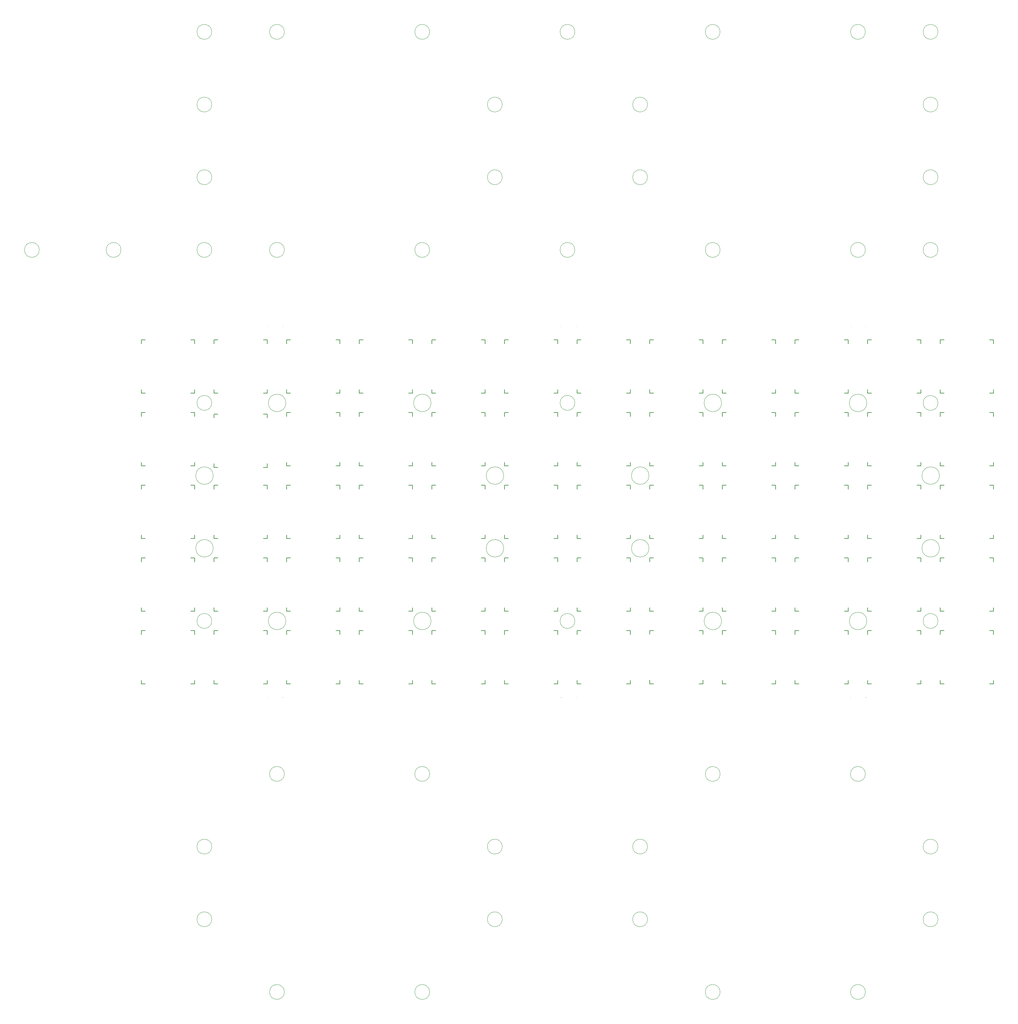
<source format=gbr>
%TF.GenerationSoftware,KiCad,Pcbnew,5.1.10*%
%TF.CreationDate,2021-06-16T10:43:04-05:00*%
%TF.ProjectId,olkbd_ble,6f6c6b62-645f-4626-9c65-2e6b69636164,rev?*%
%TF.SameCoordinates,Original*%
%TF.FileFunction,OtherDrawing,Comment*%
%FSLAX46Y46*%
G04 Gerber Fmt 4.6, Leading zero omitted, Abs format (unit mm)*
G04 Created by KiCad (PCBNEW 5.1.10) date 2021-06-16 10:43:04*
%MOMM*%
%LPD*%
G01*
G04 APERTURE LIST*
%ADD10C,0.150000*%
%ADD11C,0.050000*%
%ADD12C,0.100000*%
G04 APERTURE END LIST*
D10*
%TO.C,L60*%
X321612000Y-234126000D02*
X321612000Y-233126000D01*
X335612000Y-233126000D02*
X334612000Y-233126000D01*
X321612000Y-246126000D02*
X321612000Y-247126000D01*
X334612000Y-247126000D02*
X335612000Y-247126000D01*
X335612000Y-233126000D02*
X335612000Y-234126000D01*
X321612000Y-247126000D02*
X322612000Y-247126000D01*
X321612000Y-233126000D02*
X322612000Y-233126000D01*
X335612000Y-247126000D02*
X335612000Y-246126000D01*
%TO.C,L59*%
X321612000Y-215076000D02*
X321612000Y-214076000D01*
X335612000Y-214076000D02*
X334612000Y-214076000D01*
X321612000Y-227076000D02*
X321612000Y-228076000D01*
X334612000Y-228076000D02*
X335612000Y-228076000D01*
X335612000Y-214076000D02*
X335612000Y-215076000D01*
X321612000Y-228076000D02*
X322612000Y-228076000D01*
X321612000Y-214076000D02*
X322612000Y-214076000D01*
X335612000Y-228076000D02*
X335612000Y-227076000D01*
%TO.C,L58*%
X321612000Y-196026000D02*
X321612000Y-195026000D01*
X335612000Y-195026000D02*
X334612000Y-195026000D01*
X321612000Y-208026000D02*
X321612000Y-209026000D01*
X334612000Y-209026000D02*
X335612000Y-209026000D01*
X335612000Y-195026000D02*
X335612000Y-196026000D01*
X321612000Y-209026000D02*
X322612000Y-209026000D01*
X321612000Y-195026000D02*
X322612000Y-195026000D01*
X335612000Y-209026000D02*
X335612000Y-208026000D01*
%TO.C,L57*%
X321612000Y-176976000D02*
X321612000Y-175976000D01*
X335612000Y-175976000D02*
X334612000Y-175976000D01*
X321612000Y-188976000D02*
X321612000Y-189976000D01*
X334612000Y-189976000D02*
X335612000Y-189976000D01*
X335612000Y-175976000D02*
X335612000Y-176976000D01*
X321612000Y-189976000D02*
X322612000Y-189976000D01*
X321612000Y-175976000D02*
X322612000Y-175976000D01*
X335612000Y-189976000D02*
X335612000Y-188976000D01*
%TO.C,L56*%
X321612000Y-157926000D02*
X321612000Y-156926000D01*
X335612000Y-156926000D02*
X334612000Y-156926000D01*
X321612000Y-169926000D02*
X321612000Y-170926000D01*
X334612000Y-170926000D02*
X335612000Y-170926000D01*
X335612000Y-156926000D02*
X335612000Y-157926000D01*
X321612000Y-170926000D02*
X322612000Y-170926000D01*
X321612000Y-156926000D02*
X322612000Y-156926000D01*
X335612000Y-170926000D02*
X335612000Y-169926000D01*
%TO.C,L55*%
X302562000Y-234126000D02*
X302562000Y-233126000D01*
X316562000Y-233126000D02*
X315562000Y-233126000D01*
X302562000Y-246126000D02*
X302562000Y-247126000D01*
X315562000Y-247126000D02*
X316562000Y-247126000D01*
X316562000Y-233126000D02*
X316562000Y-234126000D01*
X302562000Y-247126000D02*
X303562000Y-247126000D01*
X302562000Y-233126000D02*
X303562000Y-233126000D01*
X316562000Y-247126000D02*
X316562000Y-246126000D01*
%TO.C,L54*%
X302562000Y-215076000D02*
X302562000Y-214076000D01*
X316562000Y-214076000D02*
X315562000Y-214076000D01*
X302562000Y-227076000D02*
X302562000Y-228076000D01*
X315562000Y-228076000D02*
X316562000Y-228076000D01*
X316562000Y-214076000D02*
X316562000Y-215076000D01*
X302562000Y-228076000D02*
X303562000Y-228076000D01*
X302562000Y-214076000D02*
X303562000Y-214076000D01*
X316562000Y-228076000D02*
X316562000Y-227076000D01*
%TO.C,L53*%
X302562000Y-196026000D02*
X302562000Y-195026000D01*
X316562000Y-195026000D02*
X315562000Y-195026000D01*
X302562000Y-208026000D02*
X302562000Y-209026000D01*
X315562000Y-209026000D02*
X316562000Y-209026000D01*
X316562000Y-195026000D02*
X316562000Y-196026000D01*
X302562000Y-209026000D02*
X303562000Y-209026000D01*
X302562000Y-195026000D02*
X303562000Y-195026000D01*
X316562000Y-209026000D02*
X316562000Y-208026000D01*
%TO.C,L52*%
X302562000Y-176976000D02*
X302562000Y-175976000D01*
X316562000Y-175976000D02*
X315562000Y-175976000D01*
X302562000Y-188976000D02*
X302562000Y-189976000D01*
X315562000Y-189976000D02*
X316562000Y-189976000D01*
X316562000Y-175976000D02*
X316562000Y-176976000D01*
X302562000Y-189976000D02*
X303562000Y-189976000D01*
X302562000Y-175976000D02*
X303562000Y-175976000D01*
X316562000Y-189976000D02*
X316562000Y-188976000D01*
%TO.C,L51*%
X302562000Y-157926000D02*
X302562000Y-156926000D01*
X316562000Y-156926000D02*
X315562000Y-156926000D01*
X302562000Y-169926000D02*
X302562000Y-170926000D01*
X315562000Y-170926000D02*
X316562000Y-170926000D01*
X316562000Y-156926000D02*
X316562000Y-157926000D01*
X302562000Y-170926000D02*
X303562000Y-170926000D01*
X302562000Y-156926000D02*
X303562000Y-156926000D01*
X316562000Y-170926000D02*
X316562000Y-169926000D01*
%TO.C,L50*%
X283512000Y-234126000D02*
X283512000Y-233126000D01*
X297512000Y-233126000D02*
X296512000Y-233126000D01*
X283512000Y-246126000D02*
X283512000Y-247126000D01*
X296512000Y-247126000D02*
X297512000Y-247126000D01*
X297512000Y-233126000D02*
X297512000Y-234126000D01*
X283512000Y-247126000D02*
X284512000Y-247126000D01*
X283512000Y-233126000D02*
X284512000Y-233126000D01*
X297512000Y-247126000D02*
X297512000Y-246126000D01*
%TO.C,L49*%
X283512000Y-215076000D02*
X283512000Y-214076000D01*
X297512000Y-214076000D02*
X296512000Y-214076000D01*
X283512000Y-227076000D02*
X283512000Y-228076000D01*
X296512000Y-228076000D02*
X297512000Y-228076000D01*
X297512000Y-214076000D02*
X297512000Y-215076000D01*
X283512000Y-228076000D02*
X284512000Y-228076000D01*
X283512000Y-214076000D02*
X284512000Y-214076000D01*
X297512000Y-228076000D02*
X297512000Y-227076000D01*
%TO.C,L48*%
X283512000Y-196026000D02*
X283512000Y-195026000D01*
X297512000Y-195026000D02*
X296512000Y-195026000D01*
X283512000Y-208026000D02*
X283512000Y-209026000D01*
X296512000Y-209026000D02*
X297512000Y-209026000D01*
X297512000Y-195026000D02*
X297512000Y-196026000D01*
X283512000Y-209026000D02*
X284512000Y-209026000D01*
X283512000Y-195026000D02*
X284512000Y-195026000D01*
X297512000Y-209026000D02*
X297512000Y-208026000D01*
%TO.C,L47*%
X283512000Y-176976000D02*
X283512000Y-175976000D01*
X297512000Y-175976000D02*
X296512000Y-175976000D01*
X283512000Y-188976000D02*
X283512000Y-189976000D01*
X296512000Y-189976000D02*
X297512000Y-189976000D01*
X297512000Y-175976000D02*
X297512000Y-176976000D01*
X283512000Y-189976000D02*
X284512000Y-189976000D01*
X283512000Y-175976000D02*
X284512000Y-175976000D01*
X297512000Y-189976000D02*
X297512000Y-188976000D01*
%TO.C,L46*%
X283512000Y-157926000D02*
X283512000Y-156926000D01*
X297512000Y-156926000D02*
X296512000Y-156926000D01*
X283512000Y-169926000D02*
X283512000Y-170926000D01*
X296512000Y-170926000D02*
X297512000Y-170926000D01*
X297512000Y-156926000D02*
X297512000Y-157926000D01*
X283512000Y-170926000D02*
X284512000Y-170926000D01*
X283512000Y-156926000D02*
X284512000Y-156926000D01*
X297512000Y-170926000D02*
X297512000Y-169926000D01*
%TO.C,L45*%
X264462000Y-234126000D02*
X264462000Y-233126000D01*
X278462000Y-233126000D02*
X277462000Y-233126000D01*
X264462000Y-246126000D02*
X264462000Y-247126000D01*
X277462000Y-247126000D02*
X278462000Y-247126000D01*
X278462000Y-233126000D02*
X278462000Y-234126000D01*
X264462000Y-247126000D02*
X265462000Y-247126000D01*
X264462000Y-233126000D02*
X265462000Y-233126000D01*
X278462000Y-247126000D02*
X278462000Y-246126000D01*
%TO.C,L44*%
X264462000Y-215076000D02*
X264462000Y-214076000D01*
X278462000Y-214076000D02*
X277462000Y-214076000D01*
X264462000Y-227076000D02*
X264462000Y-228076000D01*
X277462000Y-228076000D02*
X278462000Y-228076000D01*
X278462000Y-214076000D02*
X278462000Y-215076000D01*
X264462000Y-228076000D02*
X265462000Y-228076000D01*
X264462000Y-214076000D02*
X265462000Y-214076000D01*
X278462000Y-228076000D02*
X278462000Y-227076000D01*
%TO.C,L43*%
X264462000Y-196026000D02*
X264462000Y-195026000D01*
X278462000Y-195026000D02*
X277462000Y-195026000D01*
X264462000Y-208026000D02*
X264462000Y-209026000D01*
X277462000Y-209026000D02*
X278462000Y-209026000D01*
X278462000Y-195026000D02*
X278462000Y-196026000D01*
X264462000Y-209026000D02*
X265462000Y-209026000D01*
X264462000Y-195026000D02*
X265462000Y-195026000D01*
X278462000Y-209026000D02*
X278462000Y-208026000D01*
%TO.C,L42*%
X264462000Y-176976000D02*
X264462000Y-175976000D01*
X278462000Y-175976000D02*
X277462000Y-175976000D01*
X264462000Y-188976000D02*
X264462000Y-189976000D01*
X277462000Y-189976000D02*
X278462000Y-189976000D01*
X278462000Y-175976000D02*
X278462000Y-176976000D01*
X264462000Y-189976000D02*
X265462000Y-189976000D01*
X264462000Y-175976000D02*
X265462000Y-175976000D01*
X278462000Y-189976000D02*
X278462000Y-188976000D01*
%TO.C,L41*%
X264462000Y-157926000D02*
X264462000Y-156926000D01*
X278462000Y-156926000D02*
X277462000Y-156926000D01*
X264462000Y-169926000D02*
X264462000Y-170926000D01*
X277462000Y-170926000D02*
X278462000Y-170926000D01*
X278462000Y-156926000D02*
X278462000Y-157926000D01*
X264462000Y-170926000D02*
X265462000Y-170926000D01*
X264462000Y-156926000D02*
X265462000Y-156926000D01*
X278462000Y-170926000D02*
X278462000Y-169926000D01*
%TO.C,L40*%
X245412000Y-234088000D02*
X245412000Y-233088000D01*
X259412000Y-233088000D02*
X258412000Y-233088000D01*
X245412000Y-246088000D02*
X245412000Y-247088000D01*
X258412000Y-247088000D02*
X259412000Y-247088000D01*
X259412000Y-233088000D02*
X259412000Y-234088000D01*
X245412000Y-247088000D02*
X246412000Y-247088000D01*
X245412000Y-233088000D02*
X246412000Y-233088000D01*
X259412000Y-247088000D02*
X259412000Y-246088000D01*
%TO.C,L39*%
X245412000Y-215076000D02*
X245412000Y-214076000D01*
X259412000Y-214076000D02*
X258412000Y-214076000D01*
X245412000Y-227076000D02*
X245412000Y-228076000D01*
X258412000Y-228076000D02*
X259412000Y-228076000D01*
X259412000Y-214076000D02*
X259412000Y-215076000D01*
X245412000Y-228076000D02*
X246412000Y-228076000D01*
X245412000Y-214076000D02*
X246412000Y-214076000D01*
X259412000Y-228076000D02*
X259412000Y-227076000D01*
%TO.C,L38*%
X245412000Y-196026000D02*
X245412000Y-195026000D01*
X259412000Y-195026000D02*
X258412000Y-195026000D01*
X245412000Y-208026000D02*
X245412000Y-209026000D01*
X258412000Y-209026000D02*
X259412000Y-209026000D01*
X259412000Y-195026000D02*
X259412000Y-196026000D01*
X245412000Y-209026000D02*
X246412000Y-209026000D01*
X245412000Y-195026000D02*
X246412000Y-195026000D01*
X259412000Y-209026000D02*
X259412000Y-208026000D01*
%TO.C,L37*%
X245412000Y-176976000D02*
X245412000Y-175976000D01*
X259412000Y-175976000D02*
X258412000Y-175976000D01*
X245412000Y-188976000D02*
X245412000Y-189976000D01*
X258412000Y-189976000D02*
X259412000Y-189976000D01*
X259412000Y-175976000D02*
X259412000Y-176976000D01*
X245412000Y-189976000D02*
X246412000Y-189976000D01*
X245412000Y-175976000D02*
X246412000Y-175976000D01*
X259412000Y-189976000D02*
X259412000Y-188976000D01*
%TO.C,L36*%
X245412000Y-157926000D02*
X245412000Y-156926000D01*
X259412000Y-156926000D02*
X258412000Y-156926000D01*
X245412000Y-169926000D02*
X245412000Y-170926000D01*
X258412000Y-170926000D02*
X259412000Y-170926000D01*
X259412000Y-156926000D02*
X259412000Y-157926000D01*
X245412000Y-170926000D02*
X246412000Y-170926000D01*
X245412000Y-156926000D02*
X246412000Y-156926000D01*
X259412000Y-170926000D02*
X259412000Y-169926000D01*
%TO.C,L35*%
X226362000Y-234126000D02*
X226362000Y-233126000D01*
X240362000Y-233126000D02*
X239362000Y-233126000D01*
X226362000Y-246126000D02*
X226362000Y-247126000D01*
X239362000Y-247126000D02*
X240362000Y-247126000D01*
X240362000Y-233126000D02*
X240362000Y-234126000D01*
X226362000Y-247126000D02*
X227362000Y-247126000D01*
X226362000Y-233126000D02*
X227362000Y-233126000D01*
X240362000Y-247126000D02*
X240362000Y-246126000D01*
%TO.C,L34*%
X226362000Y-215076000D02*
X226362000Y-214076000D01*
X240362000Y-214076000D02*
X239362000Y-214076000D01*
X226362000Y-227076000D02*
X226362000Y-228076000D01*
X239362000Y-228076000D02*
X240362000Y-228076000D01*
X240362000Y-214076000D02*
X240362000Y-215076000D01*
X226362000Y-228076000D02*
X227362000Y-228076000D01*
X226362000Y-214076000D02*
X227362000Y-214076000D01*
X240362000Y-228076000D02*
X240362000Y-227076000D01*
%TO.C,L33*%
X226362000Y-196026000D02*
X226362000Y-195026000D01*
X240362000Y-195026000D02*
X239362000Y-195026000D01*
X226362000Y-208026000D02*
X226362000Y-209026000D01*
X239362000Y-209026000D02*
X240362000Y-209026000D01*
X240362000Y-195026000D02*
X240362000Y-196026000D01*
X226362000Y-209026000D02*
X227362000Y-209026000D01*
X226362000Y-195026000D02*
X227362000Y-195026000D01*
X240362000Y-209026000D02*
X240362000Y-208026000D01*
%TO.C,L32*%
X226362000Y-176976000D02*
X226362000Y-175976000D01*
X240362000Y-175976000D02*
X239362000Y-175976000D01*
X226362000Y-188976000D02*
X226362000Y-189976000D01*
X239362000Y-189976000D02*
X240362000Y-189976000D01*
X240362000Y-175976000D02*
X240362000Y-176976000D01*
X226362000Y-189976000D02*
X227362000Y-189976000D01*
X226362000Y-175976000D02*
X227362000Y-175976000D01*
X240362000Y-189976000D02*
X240362000Y-188976000D01*
%TO.C,L31*%
X226362000Y-157926000D02*
X226362000Y-156926000D01*
X240362000Y-156926000D02*
X239362000Y-156926000D01*
X226362000Y-169926000D02*
X226362000Y-170926000D01*
X239362000Y-170926000D02*
X240362000Y-170926000D01*
X240362000Y-156926000D02*
X240362000Y-157926000D01*
X226362000Y-170926000D02*
X227362000Y-170926000D01*
X226362000Y-156926000D02*
X227362000Y-156926000D01*
X240362000Y-170926000D02*
X240362000Y-169926000D01*
%TO.C,L30*%
X207312000Y-234126000D02*
X207312000Y-233126000D01*
X221312000Y-233126000D02*
X220312000Y-233126000D01*
X207312000Y-246126000D02*
X207312000Y-247126000D01*
X220312000Y-247126000D02*
X221312000Y-247126000D01*
X221312000Y-233126000D02*
X221312000Y-234126000D01*
X207312000Y-247126000D02*
X208312000Y-247126000D01*
X207312000Y-233126000D02*
X208312000Y-233126000D01*
X221312000Y-247126000D02*
X221312000Y-246126000D01*
%TO.C,L29*%
X207312000Y-215076000D02*
X207312000Y-214076000D01*
X221312000Y-214076000D02*
X220312000Y-214076000D01*
X207312000Y-227076000D02*
X207312000Y-228076000D01*
X220312000Y-228076000D02*
X221312000Y-228076000D01*
X221312000Y-214076000D02*
X221312000Y-215076000D01*
X207312000Y-228076000D02*
X208312000Y-228076000D01*
X207312000Y-214076000D02*
X208312000Y-214076000D01*
X221312000Y-228076000D02*
X221312000Y-227076000D01*
%TO.C,L28*%
X207312000Y-196026000D02*
X207312000Y-195026000D01*
X221312000Y-195026000D02*
X220312000Y-195026000D01*
X207312000Y-208026000D02*
X207312000Y-209026000D01*
X220312000Y-209026000D02*
X221312000Y-209026000D01*
X221312000Y-195026000D02*
X221312000Y-196026000D01*
X207312000Y-209026000D02*
X208312000Y-209026000D01*
X207312000Y-195026000D02*
X208312000Y-195026000D01*
X221312000Y-209026000D02*
X221312000Y-208026000D01*
%TO.C,L27*%
X207312000Y-176976000D02*
X207312000Y-175976000D01*
X221312000Y-175976000D02*
X220312000Y-175976000D01*
X207312000Y-188976000D02*
X207312000Y-189976000D01*
X220312000Y-189976000D02*
X221312000Y-189976000D01*
X221312000Y-175976000D02*
X221312000Y-176976000D01*
X207312000Y-189976000D02*
X208312000Y-189976000D01*
X207312000Y-175976000D02*
X208312000Y-175976000D01*
X221312000Y-189976000D02*
X221312000Y-188976000D01*
%TO.C,L26*%
X207312000Y-157926000D02*
X207312000Y-156926000D01*
X221312000Y-156926000D02*
X220312000Y-156926000D01*
X207312000Y-169926000D02*
X207312000Y-170926000D01*
X220312000Y-170926000D02*
X221312000Y-170926000D01*
X221312000Y-156926000D02*
X221312000Y-157926000D01*
X207312000Y-170926000D02*
X208312000Y-170926000D01*
X207312000Y-156926000D02*
X208312000Y-156926000D01*
X221312000Y-170926000D02*
X221312000Y-169926000D01*
%TO.C,L25*%
X188262000Y-234126000D02*
X188262000Y-233126000D01*
X202262000Y-233126000D02*
X201262000Y-233126000D01*
X188262000Y-246126000D02*
X188262000Y-247126000D01*
X201262000Y-247126000D02*
X202262000Y-247126000D01*
X202262000Y-233126000D02*
X202262000Y-234126000D01*
X188262000Y-247126000D02*
X189262000Y-247126000D01*
X188262000Y-233126000D02*
X189262000Y-233126000D01*
X202262000Y-247126000D02*
X202262000Y-246126000D01*
%TO.C,L24*%
X188262000Y-215076000D02*
X188262000Y-214076000D01*
X202262000Y-214076000D02*
X201262000Y-214076000D01*
X188262000Y-227076000D02*
X188262000Y-228076000D01*
X201262000Y-228076000D02*
X202262000Y-228076000D01*
X202262000Y-214076000D02*
X202262000Y-215076000D01*
X188262000Y-228076000D02*
X189262000Y-228076000D01*
X188262000Y-214076000D02*
X189262000Y-214076000D01*
X202262000Y-228076000D02*
X202262000Y-227076000D01*
%TO.C,L23*%
X188262000Y-196026000D02*
X188262000Y-195026000D01*
X202262000Y-195026000D02*
X201262000Y-195026000D01*
X188262000Y-208026000D02*
X188262000Y-209026000D01*
X201262000Y-209026000D02*
X202262000Y-209026000D01*
X202262000Y-195026000D02*
X202262000Y-196026000D01*
X188262000Y-209026000D02*
X189262000Y-209026000D01*
X188262000Y-195026000D02*
X189262000Y-195026000D01*
X202262000Y-209026000D02*
X202262000Y-208026000D01*
%TO.C,L22*%
X188262000Y-176976000D02*
X188262000Y-175976000D01*
X202262000Y-175976000D02*
X201262000Y-175976000D01*
X188262000Y-188976000D02*
X188262000Y-189976000D01*
X201262000Y-189976000D02*
X202262000Y-189976000D01*
X202262000Y-175976000D02*
X202262000Y-176976000D01*
X188262000Y-189976000D02*
X189262000Y-189976000D01*
X188262000Y-175976000D02*
X189262000Y-175976000D01*
X202262000Y-189976000D02*
X202262000Y-188976000D01*
%TO.C,L21*%
X188262000Y-157926000D02*
X188262000Y-156926000D01*
X202262000Y-156926000D02*
X201262000Y-156926000D01*
X188262000Y-169926000D02*
X188262000Y-170926000D01*
X201262000Y-170926000D02*
X202262000Y-170926000D01*
X202262000Y-156926000D02*
X202262000Y-157926000D01*
X188262000Y-170926000D02*
X189262000Y-170926000D01*
X188262000Y-156926000D02*
X189262000Y-156926000D01*
X202262000Y-170926000D02*
X202262000Y-169926000D01*
%TO.C,L20*%
X169212000Y-234126000D02*
X169212000Y-233126000D01*
X183212000Y-233126000D02*
X182212000Y-233126000D01*
X169212000Y-246126000D02*
X169212000Y-247126000D01*
X182212000Y-247126000D02*
X183212000Y-247126000D01*
X183212000Y-233126000D02*
X183212000Y-234126000D01*
X169212000Y-247126000D02*
X170212000Y-247126000D01*
X169212000Y-233126000D02*
X170212000Y-233126000D01*
X183212000Y-247126000D02*
X183212000Y-246126000D01*
%TO.C,L19*%
X169212000Y-215076000D02*
X169212000Y-214076000D01*
X183212000Y-214076000D02*
X182212000Y-214076000D01*
X169212000Y-227076000D02*
X169212000Y-228076000D01*
X182212000Y-228076000D02*
X183212000Y-228076000D01*
X183212000Y-214076000D02*
X183212000Y-215076000D01*
X169212000Y-228076000D02*
X170212000Y-228076000D01*
X169212000Y-214076000D02*
X170212000Y-214076000D01*
X183212000Y-228076000D02*
X183212000Y-227076000D01*
%TO.C,L18*%
X169212000Y-196026000D02*
X169212000Y-195026000D01*
X183212000Y-195026000D02*
X182212000Y-195026000D01*
X169212000Y-208026000D02*
X169212000Y-209026000D01*
X182212000Y-209026000D02*
X183212000Y-209026000D01*
X183212000Y-195026000D02*
X183212000Y-196026000D01*
X169212000Y-209026000D02*
X170212000Y-209026000D01*
X169212000Y-195026000D02*
X170212000Y-195026000D01*
X183212000Y-209026000D02*
X183212000Y-208026000D01*
%TO.C,L17*%
X169212000Y-176976000D02*
X169212000Y-175976000D01*
X183212000Y-175976000D02*
X182212000Y-175976000D01*
X169212000Y-188976000D02*
X169212000Y-189976000D01*
X182212000Y-189976000D02*
X183212000Y-189976000D01*
X183212000Y-175976000D02*
X183212000Y-176976000D01*
X169212000Y-189976000D02*
X170212000Y-189976000D01*
X169212000Y-175976000D02*
X170212000Y-175976000D01*
X183212000Y-189976000D02*
X183212000Y-188976000D01*
%TO.C,L16*%
X169212000Y-157926000D02*
X169212000Y-156926000D01*
X183212000Y-156926000D02*
X182212000Y-156926000D01*
X169212000Y-169926000D02*
X169212000Y-170926000D01*
X182212000Y-170926000D02*
X183212000Y-170926000D01*
X183212000Y-156926000D02*
X183212000Y-157926000D01*
X169212000Y-170926000D02*
X170212000Y-170926000D01*
X169212000Y-156926000D02*
X170212000Y-156926000D01*
X183212000Y-170926000D02*
X183212000Y-169926000D01*
%TO.C,L15*%
X150162000Y-234126000D02*
X150162000Y-233126000D01*
X164162000Y-233126000D02*
X163162000Y-233126000D01*
X150162000Y-246126000D02*
X150162000Y-247126000D01*
X163162000Y-247126000D02*
X164162000Y-247126000D01*
X164162000Y-233126000D02*
X164162000Y-234126000D01*
X150162000Y-247126000D02*
X151162000Y-247126000D01*
X150162000Y-233126000D02*
X151162000Y-233126000D01*
X164162000Y-247126000D02*
X164162000Y-246126000D01*
%TO.C,L14*%
X150162000Y-215076000D02*
X150162000Y-214076000D01*
X164162000Y-214076000D02*
X163162000Y-214076000D01*
X150162000Y-227076000D02*
X150162000Y-228076000D01*
X163162000Y-228076000D02*
X164162000Y-228076000D01*
X164162000Y-214076000D02*
X164162000Y-215076000D01*
X150162000Y-228076000D02*
X151162000Y-228076000D01*
X150162000Y-214076000D02*
X151162000Y-214076000D01*
X164162000Y-228076000D02*
X164162000Y-227076000D01*
%TO.C,L13*%
X150162000Y-196026000D02*
X150162000Y-195026000D01*
X164162000Y-195026000D02*
X163162000Y-195026000D01*
X150162000Y-208026000D02*
X150162000Y-209026000D01*
X163162000Y-209026000D02*
X164162000Y-209026000D01*
X164162000Y-195026000D02*
X164162000Y-196026000D01*
X150162000Y-209026000D02*
X151162000Y-209026000D01*
X150162000Y-195026000D02*
X151162000Y-195026000D01*
X164162000Y-209026000D02*
X164162000Y-208026000D01*
%TO.C,L12*%
X150162000Y-176976000D02*
X150162000Y-175976000D01*
X164162000Y-175976000D02*
X163162000Y-175976000D01*
X150162000Y-188976000D02*
X150162000Y-189976000D01*
X163162000Y-189976000D02*
X164162000Y-189976000D01*
X164162000Y-175976000D02*
X164162000Y-176976000D01*
X150162000Y-189976000D02*
X151162000Y-189976000D01*
X150162000Y-175976000D02*
X151162000Y-175976000D01*
X164162000Y-189976000D02*
X164162000Y-188976000D01*
%TO.C,L11*%
X150162000Y-157926000D02*
X150162000Y-156926000D01*
X164162000Y-156926000D02*
X163162000Y-156926000D01*
X150162000Y-169926000D02*
X150162000Y-170926000D01*
X163162000Y-170926000D02*
X164162000Y-170926000D01*
X164162000Y-156926000D02*
X164162000Y-157926000D01*
X150162000Y-170926000D02*
X151162000Y-170926000D01*
X150162000Y-156926000D02*
X151162000Y-156926000D01*
X164162000Y-170926000D02*
X164162000Y-169926000D01*
%TO.C,L10*%
X131112000Y-234126000D02*
X131112000Y-233126000D01*
X145112000Y-233126000D02*
X144112000Y-233126000D01*
X131112000Y-246126000D02*
X131112000Y-247126000D01*
X144112000Y-247126000D02*
X145112000Y-247126000D01*
X145112000Y-233126000D02*
X145112000Y-234126000D01*
X131112000Y-247126000D02*
X132112000Y-247126000D01*
X131112000Y-233126000D02*
X132112000Y-233126000D01*
X145112000Y-247126000D02*
X145112000Y-246126000D01*
%TO.C,L9*%
X131112000Y-215076000D02*
X131112000Y-214076000D01*
X145112000Y-214076000D02*
X144112000Y-214076000D01*
X131112000Y-227076000D02*
X131112000Y-228076000D01*
X144112000Y-228076000D02*
X145112000Y-228076000D01*
X145112000Y-214076000D02*
X145112000Y-215076000D01*
X131112000Y-228076000D02*
X132112000Y-228076000D01*
X131112000Y-214076000D02*
X132112000Y-214076000D01*
X145112000Y-228076000D02*
X145112000Y-227076000D01*
%TO.C,L8*%
X131112000Y-196026000D02*
X131112000Y-195026000D01*
X145112000Y-195026000D02*
X144112000Y-195026000D01*
X131112000Y-208026000D02*
X131112000Y-209026000D01*
X144112000Y-209026000D02*
X145112000Y-209026000D01*
X145112000Y-195026000D02*
X145112000Y-196026000D01*
X131112000Y-209026000D02*
X132112000Y-209026000D01*
X131112000Y-195026000D02*
X132112000Y-195026000D01*
X145112000Y-209026000D02*
X145112000Y-208026000D01*
%TO.C,L7*%
X131112000Y-177356000D02*
X131112000Y-176356000D01*
X145112000Y-176356000D02*
X144112000Y-176356000D01*
X131112000Y-189356000D02*
X131112000Y-190356000D01*
X144112000Y-190356000D02*
X145112000Y-190356000D01*
X145112000Y-176356000D02*
X145112000Y-177356000D01*
X131112000Y-190356000D02*
X132112000Y-190356000D01*
X131112000Y-176356000D02*
X132112000Y-176356000D01*
X145112000Y-190356000D02*
X145112000Y-189356000D01*
%TO.C,L6*%
X131112000Y-157926000D02*
X131112000Y-156926000D01*
X145112000Y-156926000D02*
X144112000Y-156926000D01*
X131112000Y-169926000D02*
X131112000Y-170926000D01*
X144112000Y-170926000D02*
X145112000Y-170926000D01*
X145112000Y-156926000D02*
X145112000Y-157926000D01*
X131112000Y-170926000D02*
X132112000Y-170926000D01*
X131112000Y-156926000D02*
X132112000Y-156926000D01*
X145112000Y-170926000D02*
X145112000Y-169926000D01*
%TO.C,L5*%
X112062000Y-234126000D02*
X112062000Y-233126000D01*
X126062000Y-233126000D02*
X125062000Y-233126000D01*
X112062000Y-246126000D02*
X112062000Y-247126000D01*
X125062000Y-247126000D02*
X126062000Y-247126000D01*
X126062000Y-233126000D02*
X126062000Y-234126000D01*
X112062000Y-247126000D02*
X113062000Y-247126000D01*
X112062000Y-233126000D02*
X113062000Y-233126000D01*
X126062000Y-247126000D02*
X126062000Y-246126000D01*
%TO.C,L4*%
X112062000Y-215076000D02*
X112062000Y-214076000D01*
X126062000Y-214076000D02*
X125062000Y-214076000D01*
X112062000Y-227076000D02*
X112062000Y-228076000D01*
X125062000Y-228076000D02*
X126062000Y-228076000D01*
X126062000Y-214076000D02*
X126062000Y-215076000D01*
X112062000Y-228076000D02*
X113062000Y-228076000D01*
X112062000Y-214076000D02*
X113062000Y-214076000D01*
X126062000Y-228076000D02*
X126062000Y-227076000D01*
%TO.C,L3*%
X112062000Y-196026000D02*
X112062000Y-195026000D01*
X126062000Y-195026000D02*
X125062000Y-195026000D01*
X112062000Y-208026000D02*
X112062000Y-209026000D01*
X125062000Y-209026000D02*
X126062000Y-209026000D01*
X126062000Y-195026000D02*
X126062000Y-196026000D01*
X112062000Y-209026000D02*
X113062000Y-209026000D01*
X112062000Y-195026000D02*
X113062000Y-195026000D01*
X126062000Y-209026000D02*
X126062000Y-208026000D01*
%TO.C,L2*%
X112062000Y-176976000D02*
X112062000Y-175976000D01*
X126062000Y-175976000D02*
X125062000Y-175976000D01*
X112062000Y-188976000D02*
X112062000Y-189976000D01*
X125062000Y-189976000D02*
X126062000Y-189976000D01*
X126062000Y-175976000D02*
X126062000Y-176976000D01*
X112062000Y-189976000D02*
X113062000Y-189976000D01*
X112062000Y-175976000D02*
X113062000Y-175976000D01*
X126062000Y-189976000D02*
X126062000Y-188976000D01*
%TO.C,L1*%
X112062000Y-157926000D02*
X112062000Y-156926000D01*
X126062000Y-156926000D02*
X125062000Y-156926000D01*
X112062000Y-169926000D02*
X112062000Y-170926000D01*
X125062000Y-170926000D02*
X126062000Y-170926000D01*
X126062000Y-156926000D02*
X126062000Y-157926000D01*
X112062000Y-170926000D02*
X113062000Y-170926000D01*
X112062000Y-156926000D02*
X113062000Y-156926000D01*
X126062000Y-170926000D02*
X126062000Y-169926000D01*
D11*
%TO.C,mouse-bite-2mm-slot-3*%
X302198000Y-250650000D02*
G75*
G03*
X302198000Y-250650000I-60000J0D01*
G01*
X298198000Y-250650000D02*
G75*
G03*
X298198000Y-250650000I-60000J0D01*
G01*
%TO.C,mouse-bite-2mm-slot-1*%
X149198000Y-250650000D02*
G75*
G03*
X149198000Y-250650000I-60000J0D01*
G01*
X145198000Y-250650000D02*
G75*
G03*
X145198000Y-250650000I-60000J0D01*
G01*
%TO.C,mouse-bite-2mm-slot-6*%
X302198000Y-153400000D02*
G75*
G03*
X302198000Y-153400000I-60000J0D01*
G01*
X298198000Y-153400000D02*
G75*
G03*
X298198000Y-153400000I-60000J0D01*
G01*
%TO.C,mouse-bite-2mm-slot-2*%
X226198000Y-250650000D02*
G75*
G03*
X226198000Y-250650000I-60000J0D01*
G01*
X222198000Y-250650000D02*
G75*
G03*
X222198000Y-250650000I-60000J0D01*
G01*
%TO.C,mouse-bite-2mm-slot-5*%
X226198000Y-153400000D02*
G75*
G03*
X226198000Y-153400000I-60000J0D01*
G01*
X222198000Y-153400000D02*
G75*
G03*
X222198000Y-153400000I-60000J0D01*
G01*
%TO.C,mouse-bite-2mm-slot-4*%
X149198000Y-153400000D02*
G75*
G03*
X149198000Y-153400000I-60000J0D01*
G01*
X145198000Y-153400000D02*
G75*
G03*
X145198000Y-153400000I-60000J0D01*
G01*
%TD*%
D12*
%TO.C,TH1-22*%
X106725000Y-133350000D02*
G75*
G03*
X106725000Y-133350000I-1950000J0D01*
G01*
%TD*%
%TO.C,TH1-22*%
X85293750Y-133350000D02*
G75*
G03*
X85293750Y-133350000I-1950000J0D01*
G01*
%TD*%
%TO.C,TH1-17*%
X187688000Y-76200000D02*
G75*
G03*
X187688000Y-76200000I-1950000J0D01*
G01*
%TD*%
%TO.C,TH1-16*%
X149588000Y-76200000D02*
G75*
G03*
X149588000Y-76200000I-1950000J0D01*
G01*
%TD*%
%TO.C,TH1-15*%
X130538000Y-76200000D02*
G75*
G03*
X130538000Y-76200000I-1950000J0D01*
G01*
%TD*%
%TO.C,TH1-14*%
X130538000Y-95250000D02*
G75*
G03*
X130538000Y-95250000I-1950000J0D01*
G01*
%TD*%
%TO.C,TH1-13*%
X130538000Y-114300000D02*
G75*
G03*
X130538000Y-114300000I-1950000J0D01*
G01*
%TD*%
%TO.C,TH1-12*%
X130538000Y-133350000D02*
G75*
G03*
X130538000Y-133350000I-1950000J0D01*
G01*
%TD*%
%TO.C,TH1-11*%
X149588000Y-133350000D02*
G75*
G03*
X149588000Y-133350000I-1950000J0D01*
G01*
%TD*%
%TO.C,TH1-10*%
X187688000Y-133350000D02*
G75*
G03*
X187688000Y-133350000I-1950000J0D01*
G01*
%TD*%
%TO.C,TH1-9*%
X206738000Y-114300000D02*
G75*
G03*
X206738000Y-114300000I-1950000J0D01*
G01*
%TD*%
%TO.C,TH1-18*%
X206738000Y-95250000D02*
G75*
G03*
X206738000Y-95250000I-1950000J0D01*
G01*
%TD*%
%TO.C,TH1-19*%
X225788000Y-76200000D02*
G75*
G03*
X225788000Y-76200000I-1950000J0D01*
G01*
%TD*%
%TO.C,TH1-8*%
X225788000Y-133350000D02*
G75*
G03*
X225788000Y-133350000I-1950000J0D01*
G01*
%TD*%
%TO.C,TH1-6*%
X263888000Y-133350000D02*
G75*
G03*
X263888000Y-133350000I-1950000J0D01*
G01*
%TD*%
%TO.C,TH1-7*%
X244838000Y-114300000D02*
G75*
G03*
X244838000Y-114300000I-1950000J0D01*
G01*
%TD*%
%TO.C,TH1-20*%
X244838000Y-95250000D02*
G75*
G03*
X244838000Y-95250000I-1950000J0D01*
G01*
%TD*%
%TO.C,TH1-21*%
X263888000Y-76200000D02*
G75*
G03*
X263888000Y-76200000I-1950000J0D01*
G01*
%TD*%
%TO.C,TH1-22*%
X301988000Y-76200000D02*
G75*
G03*
X301988000Y-76200000I-1950000J0D01*
G01*
%TD*%
%TO.C,TH1-5*%
X301988000Y-133350000D02*
G75*
G03*
X301988000Y-133350000I-1950000J0D01*
G01*
%TD*%
%TO.C,TH1-4*%
X321038000Y-133350000D02*
G75*
G03*
X321038000Y-133350000I-1950000J0D01*
G01*
%TD*%
%TO.C,TH1-3*%
X321038000Y-114300000D02*
G75*
G03*
X321038000Y-114300000I-1950000J0D01*
G01*
%TD*%
%TO.C,TH1-2*%
X321038000Y-95250000D02*
G75*
G03*
X321038000Y-95250000I-1950000J0D01*
G01*
%TD*%
%TO.C,TH1-1*%
X321038000Y-76200000D02*
G75*
G03*
X321038000Y-76200000I-1950000J0D01*
G01*
%TD*%
%TO.C,TH3-10*%
X206738000Y-289750000D02*
G75*
G03*
X206738000Y-289750000I-1950000J0D01*
G01*
%TD*%
%TO.C,T2*%
X321421020Y-192505080D02*
G75*
G03*
X321421020Y-192505080I-2300000J0D01*
G01*
%TD*%
%TO.C,T9*%
X207121020Y-192505080D02*
G75*
G03*
X207121020Y-192505080I-2300000J0D01*
G01*
%TD*%
%TO.C,TH2-1*%
X321038000Y-173450000D02*
G75*
G03*
X321038000Y-173450000I-1950000J0D01*
G01*
%TD*%
%TO.C,TH2-6*%
X225788000Y-173450000D02*
G75*
G03*
X225788000Y-173450000I-1950000J0D01*
G01*
%TD*%
%TO.C,T3*%
X321421020Y-211555080D02*
G75*
G03*
X321421020Y-211555080I-2300000J0D01*
G01*
%TD*%
%TO.C,TH2-4*%
X130538000Y-230600000D02*
G75*
G03*
X130538000Y-230600000I-1950000J0D01*
G01*
%TD*%
%TO.C,TH3-4*%
X301988000Y-327850000D02*
G75*
G03*
X301988000Y-327850000I-1950000J0D01*
G01*
%TD*%
%TO.C,T14*%
X130921020Y-192505080D02*
G75*
G03*
X130921020Y-192505080I-2300000J0D01*
G01*
%TD*%
%TO.C,TH3-9*%
X187688000Y-270700000D02*
G75*
G03*
X187688000Y-270700000I-1950000J0D01*
G01*
%TD*%
%TO.C,TH3-15*%
X130538000Y-289750000D02*
G75*
G03*
X130538000Y-289750000I-1950000J0D01*
G01*
%TD*%
%TO.C,TH3-12*%
X187688000Y-327850000D02*
G75*
G03*
X187688000Y-327850000I-1950000J0D01*
G01*
%TD*%
%TO.C,TH2-2*%
X321038000Y-230600000D02*
G75*
G03*
X321038000Y-230600000I-1950000J0D01*
G01*
%TD*%
%TO.C,T5*%
X264271020Y-230605080D02*
G75*
G03*
X264271020Y-230605080I-2300000J0D01*
G01*
%TD*%
%TO.C,TH2-5*%
X130538000Y-173450000D02*
G75*
G03*
X130538000Y-173450000I-1950000J0D01*
G01*
%TD*%
%TO.C,TH3-6*%
X244838000Y-308800000D02*
G75*
G03*
X244838000Y-308800000I-1950000J0D01*
G01*
%TD*%
%TO.C,TH3-7*%
X244838000Y-289750000D02*
G75*
G03*
X244838000Y-289750000I-1950000J0D01*
G01*
%TD*%
%TO.C,T16*%
X188071020Y-173455080D02*
G75*
G03*
X188071020Y-173455080I-2300000J0D01*
G01*
%TD*%
%TO.C,TH3-2*%
X321038000Y-289750000D02*
G75*
G03*
X321038000Y-289750000I-1950000J0D01*
G01*
%TD*%
%TO.C,TH3-8*%
X263888000Y-270700000D02*
G75*
G03*
X263888000Y-270700000I-1950000J0D01*
G01*
%TD*%
%TO.C,TH3-5*%
X263888000Y-327850000D02*
G75*
G03*
X263888000Y-327850000I-1950000J0D01*
G01*
%TD*%
%TO.C,TH3-3*%
X321038000Y-308800000D02*
G75*
G03*
X321038000Y-308800000I-1950000J0D01*
G01*
%TD*%
%TO.C,T11*%
X188071020Y-230605080D02*
G75*
G03*
X188071020Y-230605080I-2300000J0D01*
G01*
%TD*%
%TO.C,TH3-11*%
X206738000Y-308800000D02*
G75*
G03*
X206738000Y-308800000I-1950000J0D01*
G01*
%TD*%
%TO.C,TH2-3*%
X225788000Y-230600000D02*
G75*
G03*
X225788000Y-230600000I-1950000J0D01*
G01*
%TD*%
%TO.C,T13*%
X130921020Y-211555080D02*
G75*
G03*
X130921020Y-211555080I-2300000J0D01*
G01*
%TD*%
%TO.C,TH3-1*%
X301988000Y-270700000D02*
G75*
G03*
X301988000Y-270700000I-1950000J0D01*
G01*
%TD*%
%TO.C,T10*%
X207121020Y-211555080D02*
G75*
G03*
X207121020Y-211555080I-2300000J0D01*
G01*
%TD*%
%TO.C,T7*%
X245221020Y-192505080D02*
G75*
G03*
X245221020Y-192505080I-2300000J0D01*
G01*
%TD*%
%TO.C,T6*%
X245221020Y-211555080D02*
G75*
G03*
X245221020Y-211555080I-2300000J0D01*
G01*
%TD*%
%TO.C,T1*%
X302371020Y-173455080D02*
G75*
G03*
X302371020Y-173455080I-2300000J0D01*
G01*
%TD*%
%TO.C,T12*%
X149971020Y-230605080D02*
G75*
G03*
X149971020Y-230605080I-2300000J0D01*
G01*
%TD*%
%TO.C,TH3-14*%
X130538000Y-308800000D02*
G75*
G03*
X130538000Y-308800000I-1950000J0D01*
G01*
%TD*%
%TO.C,TH3-16*%
X149588000Y-270700000D02*
G75*
G03*
X149588000Y-270700000I-1950000J0D01*
G01*
%TD*%
%TO.C,T4*%
X302371020Y-230605080D02*
G75*
G03*
X302371020Y-230605080I-2300000J0D01*
G01*
%TD*%
%TO.C,TH3-13*%
X149588000Y-327850000D02*
G75*
G03*
X149588000Y-327850000I-1950000J0D01*
G01*
%TD*%
%TO.C,T8*%
X264271020Y-173455080D02*
G75*
G03*
X264271020Y-173455080I-2300000J0D01*
G01*
%TD*%
%TO.C,T15*%
X149971020Y-173455080D02*
G75*
G03*
X149971020Y-173455080I-2300000J0D01*
G01*
%TD*%
M02*

</source>
